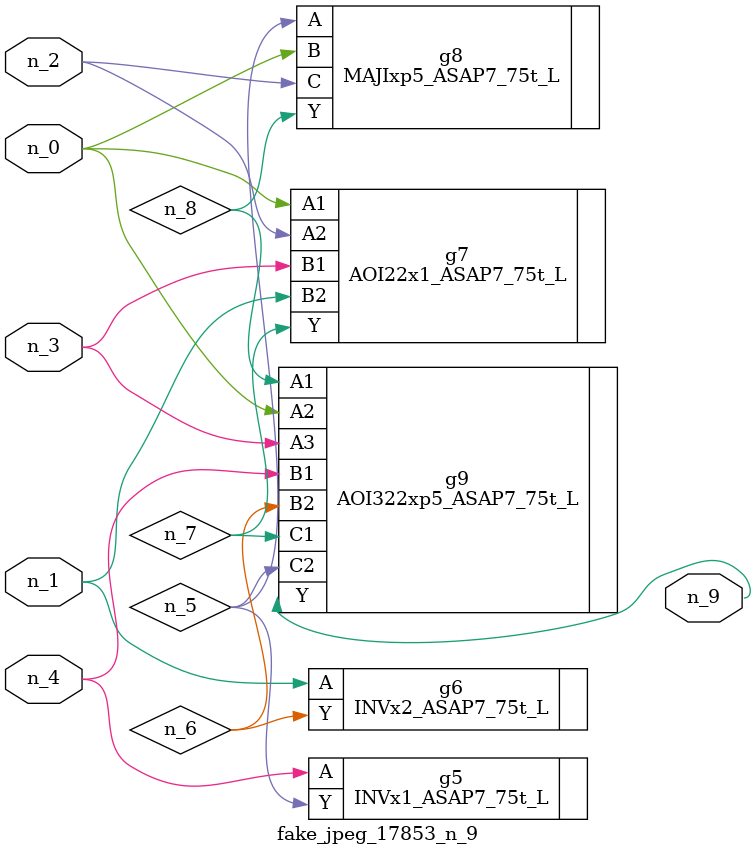
<source format=v>
module fake_jpeg_17853_n_9 (n_3, n_2, n_1, n_0, n_4, n_9);

input n_3;
input n_2;
input n_1;
input n_0;
input n_4;

output n_9;

wire n_8;
wire n_6;
wire n_5;
wire n_7;

INVx1_ASAP7_75t_L g5 ( 
.A(n_4),
.Y(n_5)
);

INVx2_ASAP7_75t_L g6 ( 
.A(n_1),
.Y(n_6)
);

AOI22x1_ASAP7_75t_L g7 ( 
.A1(n_0),
.A2(n_2),
.B1(n_3),
.B2(n_1),
.Y(n_7)
);

MAJIxp5_ASAP7_75t_L g8 ( 
.A(n_5),
.B(n_0),
.C(n_2),
.Y(n_8)
);

AOI322xp5_ASAP7_75t_L g9 ( 
.A1(n_8),
.A2(n_0),
.A3(n_3),
.B1(n_4),
.B2(n_6),
.C1(n_7),
.C2(n_5),
.Y(n_9)
);


endmodule
</source>
